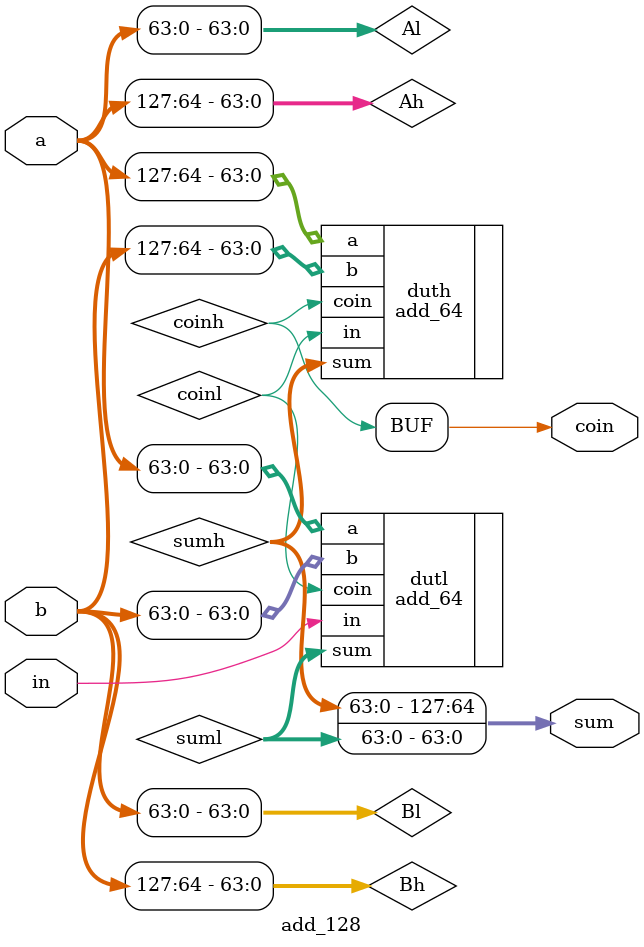
<source format=v>
module add_128(
    input [127:0] a,
    input [127:0] b,
    input		in,
	output reg 		 coin,
	output reg [127:0] sum
);

parameter m=128;

wire [m/2-1:0] Al;
wire [m-1:m/2] Ah;
wire [m/2-1:0] Bl;
wire [m-1:m/2] Bh;

assign Al=a[m/2-1:0];
assign Ah=a[m-1:m/2];
assign Bl=b[m/2-1:0];
assign Bh=b[m-1:m/2];

wire [m/2-1:0] suml;
wire [m/2-1:0] sumh;
wire 		   coinl;
wire 		   coinh;


add_64	dutl(.a(Al), .b(Bl), .sum(suml), .in(in),    .coin(coinl));
add_64	duth(.a(Ah), .b(Bh), .sum(sumh), .in(coinl),  .coin(coinh));

always @(*) begin
	sum ={sumh,suml};
	coin =coinh;
end

endmodule


</source>
